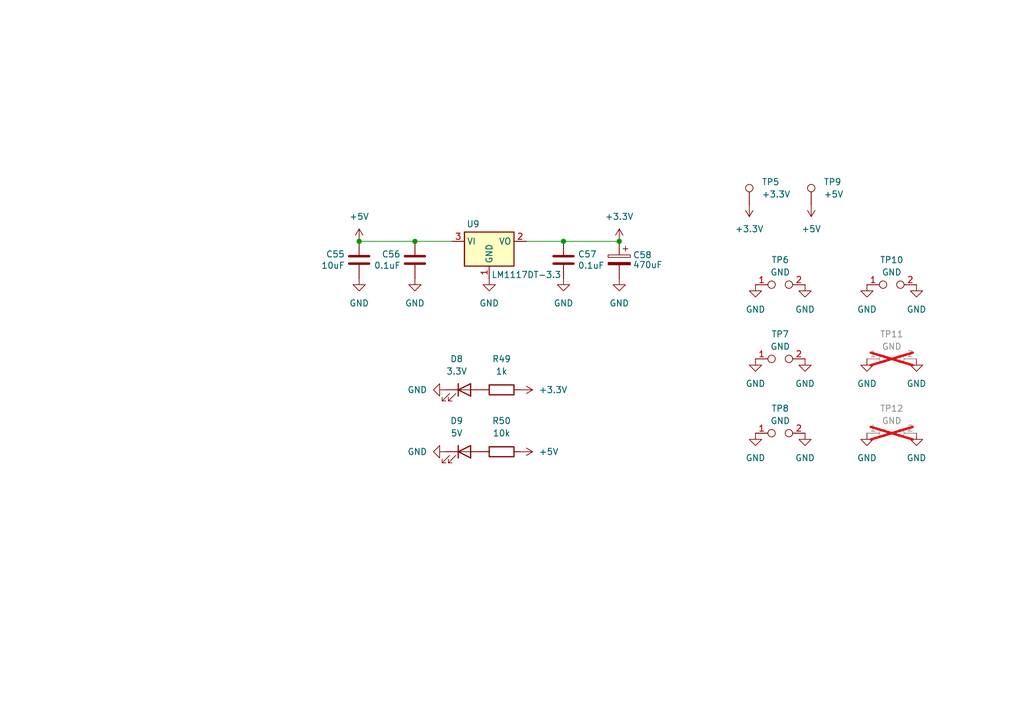
<source format=kicad_sch>
(kicad_sch
	(version 20250114)
	(generator "eeschema")
	(generator_version "9.0")
	(uuid "753eda38-d115-4998-b247-5482f4408ea7")
	(paper "A5")
	(title_block
		(title "Power")
		(date "2025-05-20")
		(rev "1.0")
		(company "Robotics")
	)
	(lib_symbols
		(symbol "Connector:TestPoint"
			(pin_numbers
				(hide yes)
			)
			(pin_names
				(offset 0.762)
				(hide yes)
			)
			(exclude_from_sim no)
			(in_bom yes)
			(on_board yes)
			(property "Reference" "TP"
				(at 0 6.858 0)
				(effects
					(font
						(size 1.27 1.27)
					)
				)
			)
			(property "Value" "TestPoint"
				(at 0 5.08 0)
				(effects
					(font
						(size 1.27 1.27)
					)
				)
			)
			(property "Footprint" ""
				(at 5.08 0 0)
				(effects
					(font
						(size 1.27 1.27)
					)
					(hide yes)
				)
			)
			(property "Datasheet" "~"
				(at 5.08 0 0)
				(effects
					(font
						(size 1.27 1.27)
					)
					(hide yes)
				)
			)
			(property "Description" "test point"
				(at 0 0 0)
				(effects
					(font
						(size 1.27 1.27)
					)
					(hide yes)
				)
			)
			(property "ki_keywords" "test point tp"
				(at 0 0 0)
				(effects
					(font
						(size 1.27 1.27)
					)
					(hide yes)
				)
			)
			(property "ki_fp_filters" "Pin* Test*"
				(at 0 0 0)
				(effects
					(font
						(size 1.27 1.27)
					)
					(hide yes)
				)
			)
			(symbol "TestPoint_0_1"
				(circle
					(center 0 3.302)
					(radius 0.762)
					(stroke
						(width 0)
						(type default)
					)
					(fill
						(type none)
					)
				)
			)
			(symbol "TestPoint_1_1"
				(pin passive line
					(at 0 0 90)
					(length 2.54)
					(name "1"
						(effects
							(font
								(size 1.27 1.27)
							)
						)
					)
					(number "1"
						(effects
							(font
								(size 1.27 1.27)
							)
						)
					)
				)
			)
			(embedded_fonts no)
		)
		(symbol "Connector:TestPoint_2Pole"
			(pin_names
				(offset 0.762)
				(hide yes)
			)
			(exclude_from_sim no)
			(in_bom yes)
			(on_board yes)
			(property "Reference" "TP"
				(at 0 1.524 0)
				(effects
					(font
						(size 1.27 1.27)
					)
				)
			)
			(property "Value" "TestPoint_2Pole"
				(at 0 -1.778 0)
				(effects
					(font
						(size 1.27 1.27)
					)
				)
			)
			(property "Footprint" ""
				(at 0 0 0)
				(effects
					(font
						(size 1.27 1.27)
					)
					(hide yes)
				)
			)
			(property "Datasheet" "~"
				(at 0 0 0)
				(effects
					(font
						(size 1.27 1.27)
					)
					(hide yes)
				)
			)
			(property "Description" "2-polar test point"
				(at 0 0 0)
				(effects
					(font
						(size 1.27 1.27)
					)
					(hide yes)
				)
			)
			(property "ki_keywords" "point tp"
				(at 0 0 0)
				(effects
					(font
						(size 1.27 1.27)
					)
					(hide yes)
				)
			)
			(property "ki_fp_filters" "Pin* Test*"
				(at 0 0 0)
				(effects
					(font
						(size 1.27 1.27)
					)
					(hide yes)
				)
			)
			(symbol "TestPoint_2Pole_0_1"
				(circle
					(center -1.778 0)
					(radius 0.762)
					(stroke
						(width 0)
						(type default)
					)
					(fill
						(type none)
					)
				)
				(circle
					(center 1.778 0)
					(radius 0.762)
					(stroke
						(width 0)
						(type default)
					)
					(fill
						(type none)
					)
				)
				(pin passive line
					(at -5.08 0 0)
					(length 2.54)
					(name "1"
						(effects
							(font
								(size 1.27 1.27)
							)
						)
					)
					(number "1"
						(effects
							(font
								(size 1.27 1.27)
							)
						)
					)
				)
				(pin passive line
					(at 5.08 0 180)
					(length 2.54)
					(name "2"
						(effects
							(font
								(size 1.27 1.27)
							)
						)
					)
					(number "2"
						(effects
							(font
								(size 1.27 1.27)
							)
						)
					)
				)
			)
			(embedded_fonts no)
		)
		(symbol "Device:C"
			(pin_numbers
				(hide yes)
			)
			(pin_names
				(offset 0.254)
			)
			(exclude_from_sim no)
			(in_bom yes)
			(on_board yes)
			(property "Reference" "C"
				(at 0.635 2.54 0)
				(effects
					(font
						(size 1.27 1.27)
					)
					(justify left)
				)
			)
			(property "Value" "C"
				(at 0.635 -2.54 0)
				(effects
					(font
						(size 1.27 1.27)
					)
					(justify left)
				)
			)
			(property "Footprint" ""
				(at 0.9652 -3.81 0)
				(effects
					(font
						(size 1.27 1.27)
					)
					(hide yes)
				)
			)
			(property "Datasheet" "~"
				(at 0 0 0)
				(effects
					(font
						(size 1.27 1.27)
					)
					(hide yes)
				)
			)
			(property "Description" "Unpolarized capacitor"
				(at 0 0 0)
				(effects
					(font
						(size 1.27 1.27)
					)
					(hide yes)
				)
			)
			(property "ki_keywords" "cap capacitor"
				(at 0 0 0)
				(effects
					(font
						(size 1.27 1.27)
					)
					(hide yes)
				)
			)
			(property "ki_fp_filters" "C_*"
				(at 0 0 0)
				(effects
					(font
						(size 1.27 1.27)
					)
					(hide yes)
				)
			)
			(symbol "C_0_1"
				(polyline
					(pts
						(xy -2.032 0.762) (xy 2.032 0.762)
					)
					(stroke
						(width 0.508)
						(type default)
					)
					(fill
						(type none)
					)
				)
				(polyline
					(pts
						(xy -2.032 -0.762) (xy 2.032 -0.762)
					)
					(stroke
						(width 0.508)
						(type default)
					)
					(fill
						(type none)
					)
				)
			)
			(symbol "C_1_1"
				(pin passive line
					(at 0 3.81 270)
					(length 2.794)
					(name "~"
						(effects
							(font
								(size 1.27 1.27)
							)
						)
					)
					(number "1"
						(effects
							(font
								(size 1.27 1.27)
							)
						)
					)
				)
				(pin passive line
					(at 0 -3.81 90)
					(length 2.794)
					(name "~"
						(effects
							(font
								(size 1.27 1.27)
							)
						)
					)
					(number "2"
						(effects
							(font
								(size 1.27 1.27)
							)
						)
					)
				)
			)
			(embedded_fonts no)
		)
		(symbol "Device:C_Polarized"
			(pin_numbers
				(hide yes)
			)
			(pin_names
				(offset 0.254)
			)
			(exclude_from_sim no)
			(in_bom yes)
			(on_board yes)
			(property "Reference" "C"
				(at 0.635 2.54 0)
				(effects
					(font
						(size 1.27 1.27)
					)
					(justify left)
				)
			)
			(property "Value" "C_Polarized"
				(at 0.635 -2.54 0)
				(effects
					(font
						(size 1.27 1.27)
					)
					(justify left)
				)
			)
			(property "Footprint" ""
				(at 0.9652 -3.81 0)
				(effects
					(font
						(size 1.27 1.27)
					)
					(hide yes)
				)
			)
			(property "Datasheet" "~"
				(at 0 0 0)
				(effects
					(font
						(size 1.27 1.27)
					)
					(hide yes)
				)
			)
			(property "Description" "Polarized capacitor"
				(at 0 0 0)
				(effects
					(font
						(size 1.27 1.27)
					)
					(hide yes)
				)
			)
			(property "ki_keywords" "cap capacitor"
				(at 0 0 0)
				(effects
					(font
						(size 1.27 1.27)
					)
					(hide yes)
				)
			)
			(property "ki_fp_filters" "CP_*"
				(at 0 0 0)
				(effects
					(font
						(size 1.27 1.27)
					)
					(hide yes)
				)
			)
			(symbol "C_Polarized_0_1"
				(rectangle
					(start -2.286 0.508)
					(end 2.286 1.016)
					(stroke
						(width 0)
						(type default)
					)
					(fill
						(type none)
					)
				)
				(polyline
					(pts
						(xy -1.778 2.286) (xy -0.762 2.286)
					)
					(stroke
						(width 0)
						(type default)
					)
					(fill
						(type none)
					)
				)
				(polyline
					(pts
						(xy -1.27 2.794) (xy -1.27 1.778)
					)
					(stroke
						(width 0)
						(type default)
					)
					(fill
						(type none)
					)
				)
				(rectangle
					(start 2.286 -0.508)
					(end -2.286 -1.016)
					(stroke
						(width 0)
						(type default)
					)
					(fill
						(type outline)
					)
				)
			)
			(symbol "C_Polarized_1_1"
				(pin passive line
					(at 0 3.81 270)
					(length 2.794)
					(name "~"
						(effects
							(font
								(size 1.27 1.27)
							)
						)
					)
					(number "1"
						(effects
							(font
								(size 1.27 1.27)
							)
						)
					)
				)
				(pin passive line
					(at 0 -3.81 90)
					(length 2.794)
					(name "~"
						(effects
							(font
								(size 1.27 1.27)
							)
						)
					)
					(number "2"
						(effects
							(font
								(size 1.27 1.27)
							)
						)
					)
				)
			)
			(embedded_fonts no)
		)
		(symbol "Device:LED"
			(pin_numbers
				(hide yes)
			)
			(pin_names
				(offset 1.016)
				(hide yes)
			)
			(exclude_from_sim no)
			(in_bom yes)
			(on_board yes)
			(property "Reference" "D"
				(at 0 2.54 0)
				(effects
					(font
						(size 1.27 1.27)
					)
				)
			)
			(property "Value" "LED"
				(at 0 -2.54 0)
				(effects
					(font
						(size 1.27 1.27)
					)
				)
			)
			(property "Footprint" ""
				(at 0 0 0)
				(effects
					(font
						(size 1.27 1.27)
					)
					(hide yes)
				)
			)
			(property "Datasheet" "~"
				(at 0 0 0)
				(effects
					(font
						(size 1.27 1.27)
					)
					(hide yes)
				)
			)
			(property "Description" "Light emitting diode"
				(at 0 0 0)
				(effects
					(font
						(size 1.27 1.27)
					)
					(hide yes)
				)
			)
			(property "Sim.Pins" "1=K 2=A"
				(at 0 0 0)
				(effects
					(font
						(size 1.27 1.27)
					)
					(hide yes)
				)
			)
			(property "ki_keywords" "LED diode"
				(at 0 0 0)
				(effects
					(font
						(size 1.27 1.27)
					)
					(hide yes)
				)
			)
			(property "ki_fp_filters" "LED* LED_SMD:* LED_THT:*"
				(at 0 0 0)
				(effects
					(font
						(size 1.27 1.27)
					)
					(hide yes)
				)
			)
			(symbol "LED_0_1"
				(polyline
					(pts
						(xy -3.048 -0.762) (xy -4.572 -2.286) (xy -3.81 -2.286) (xy -4.572 -2.286) (xy -4.572 -1.524)
					)
					(stroke
						(width 0)
						(type default)
					)
					(fill
						(type none)
					)
				)
				(polyline
					(pts
						(xy -1.778 -0.762) (xy -3.302 -2.286) (xy -2.54 -2.286) (xy -3.302 -2.286) (xy -3.302 -1.524)
					)
					(stroke
						(width 0)
						(type default)
					)
					(fill
						(type none)
					)
				)
				(polyline
					(pts
						(xy -1.27 0) (xy 1.27 0)
					)
					(stroke
						(width 0)
						(type default)
					)
					(fill
						(type none)
					)
				)
				(polyline
					(pts
						(xy -1.27 -1.27) (xy -1.27 1.27)
					)
					(stroke
						(width 0.254)
						(type default)
					)
					(fill
						(type none)
					)
				)
				(polyline
					(pts
						(xy 1.27 -1.27) (xy 1.27 1.27) (xy -1.27 0) (xy 1.27 -1.27)
					)
					(stroke
						(width 0.254)
						(type default)
					)
					(fill
						(type none)
					)
				)
			)
			(symbol "LED_1_1"
				(pin passive line
					(at -3.81 0 0)
					(length 2.54)
					(name "K"
						(effects
							(font
								(size 1.27 1.27)
							)
						)
					)
					(number "1"
						(effects
							(font
								(size 1.27 1.27)
							)
						)
					)
				)
				(pin passive line
					(at 3.81 0 180)
					(length 2.54)
					(name "A"
						(effects
							(font
								(size 1.27 1.27)
							)
						)
					)
					(number "2"
						(effects
							(font
								(size 1.27 1.27)
							)
						)
					)
				)
			)
			(embedded_fonts no)
		)
		(symbol "Device:R"
			(pin_numbers
				(hide yes)
			)
			(pin_names
				(offset 0)
			)
			(exclude_from_sim no)
			(in_bom yes)
			(on_board yes)
			(property "Reference" "R"
				(at 2.032 0 90)
				(effects
					(font
						(size 1.27 1.27)
					)
				)
			)
			(property "Value" "R"
				(at 0 0 90)
				(effects
					(font
						(size 1.27 1.27)
					)
				)
			)
			(property "Footprint" ""
				(at -1.778 0 90)
				(effects
					(font
						(size 1.27 1.27)
					)
					(hide yes)
				)
			)
			(property "Datasheet" "~"
				(at 0 0 0)
				(effects
					(font
						(size 1.27 1.27)
					)
					(hide yes)
				)
			)
			(property "Description" "Resistor"
				(at 0 0 0)
				(effects
					(font
						(size 1.27 1.27)
					)
					(hide yes)
				)
			)
			(property "ki_keywords" "R res resistor"
				(at 0 0 0)
				(effects
					(font
						(size 1.27 1.27)
					)
					(hide yes)
				)
			)
			(property "ki_fp_filters" "R_*"
				(at 0 0 0)
				(effects
					(font
						(size 1.27 1.27)
					)
					(hide yes)
				)
			)
			(symbol "R_0_1"
				(rectangle
					(start -1.016 -2.54)
					(end 1.016 2.54)
					(stroke
						(width 0.254)
						(type default)
					)
					(fill
						(type none)
					)
				)
			)
			(symbol "R_1_1"
				(pin passive line
					(at 0 3.81 270)
					(length 1.27)
					(name "~"
						(effects
							(font
								(size 1.27 1.27)
							)
						)
					)
					(number "1"
						(effects
							(font
								(size 1.27 1.27)
							)
						)
					)
				)
				(pin passive line
					(at 0 -3.81 90)
					(length 1.27)
					(name "~"
						(effects
							(font
								(size 1.27 1.27)
							)
						)
					)
					(number "2"
						(effects
							(font
								(size 1.27 1.27)
							)
						)
					)
				)
			)
			(embedded_fonts no)
		)
		(symbol "Regulator_Linear:LM1117DT-3.3"
			(exclude_from_sim no)
			(in_bom yes)
			(on_board yes)
			(property "Reference" "U"
				(at -3.81 3.175 0)
				(effects
					(font
						(size 1.27 1.27)
					)
				)
			)
			(property "Value" "LM1117DT-3.3"
				(at 0 3.175 0)
				(effects
					(font
						(size 1.27 1.27)
					)
					(justify left)
				)
			)
			(property "Footprint" "Package_TO_SOT_SMD:TO-252-3_TabPin2"
				(at 0 0 0)
				(effects
					(font
						(size 1.27 1.27)
					)
					(hide yes)
				)
			)
			(property "Datasheet" "http://www.ti.com/lit/ds/symlink/lm1117.pdf"
				(at 0 0 0)
				(effects
					(font
						(size 1.27 1.27)
					)
					(hide yes)
				)
			)
			(property "Description" "800mA Low-Dropout Linear Regulator, 3.3V fixed output, TO-252"
				(at 0 0 0)
				(effects
					(font
						(size 1.27 1.27)
					)
					(hide yes)
				)
			)
			(property "ki_keywords" "linear regulator ldo fixed positive"
				(at 0 0 0)
				(effects
					(font
						(size 1.27 1.27)
					)
					(hide yes)
				)
			)
			(property "ki_fp_filters" "TO?252*"
				(at 0 0 0)
				(effects
					(font
						(size 1.27 1.27)
					)
					(hide yes)
				)
			)
			(symbol "LM1117DT-3.3_0_1"
				(rectangle
					(start -5.08 -5.08)
					(end 5.08 1.905)
					(stroke
						(width 0.254)
						(type default)
					)
					(fill
						(type background)
					)
				)
			)
			(symbol "LM1117DT-3.3_1_1"
				(pin power_in line
					(at -7.62 0 0)
					(length 2.54)
					(name "VI"
						(effects
							(font
								(size 1.27 1.27)
							)
						)
					)
					(number "3"
						(effects
							(font
								(size 1.27 1.27)
							)
						)
					)
				)
				(pin power_in line
					(at 0 -7.62 90)
					(length 2.54)
					(name "GND"
						(effects
							(font
								(size 1.27 1.27)
							)
						)
					)
					(number "1"
						(effects
							(font
								(size 1.27 1.27)
							)
						)
					)
				)
				(pin power_out line
					(at 7.62 0 180)
					(length 2.54)
					(name "VO"
						(effects
							(font
								(size 1.27 1.27)
							)
						)
					)
					(number "2"
						(effects
							(font
								(size 1.27 1.27)
							)
						)
					)
				)
			)
			(embedded_fonts no)
		)
		(symbol "power:+3.3V"
			(power)
			(pin_numbers
				(hide yes)
			)
			(pin_names
				(offset 0)
				(hide yes)
			)
			(exclude_from_sim no)
			(in_bom yes)
			(on_board yes)
			(property "Reference" "#PWR"
				(at 0 -3.81 0)
				(effects
					(font
						(size 1.27 1.27)
					)
					(hide yes)
				)
			)
			(property "Value" "+3.3V"
				(at 0 3.556 0)
				(effects
					(font
						(size 1.27 1.27)
					)
				)
			)
			(property "Footprint" ""
				(at 0 0 0)
				(effects
					(font
						(size 1.27 1.27)
					)
					(hide yes)
				)
			)
			(property "Datasheet" ""
				(at 0 0 0)
				(effects
					(font
						(size 1.27 1.27)
					)
					(hide yes)
				)
			)
			(property "Description" "Power symbol creates a global label with name \"+3.3V\""
				(at 0 0 0)
				(effects
					(font
						(size 1.27 1.27)
					)
					(hide yes)
				)
			)
			(property "ki_keywords" "global power"
				(at 0 0 0)
				(effects
					(font
						(size 1.27 1.27)
					)
					(hide yes)
				)
			)
			(symbol "+3.3V_0_1"
				(polyline
					(pts
						(xy -0.762 1.27) (xy 0 2.54)
					)
					(stroke
						(width 0)
						(type default)
					)
					(fill
						(type none)
					)
				)
				(polyline
					(pts
						(xy 0 2.54) (xy 0.762 1.27)
					)
					(stroke
						(width 0)
						(type default)
					)
					(fill
						(type none)
					)
				)
				(polyline
					(pts
						(xy 0 0) (xy 0 2.54)
					)
					(stroke
						(width 0)
						(type default)
					)
					(fill
						(type none)
					)
				)
			)
			(symbol "+3.3V_1_1"
				(pin power_in line
					(at 0 0 90)
					(length 0)
					(name "~"
						(effects
							(font
								(size 1.27 1.27)
							)
						)
					)
					(number "1"
						(effects
							(font
								(size 1.27 1.27)
							)
						)
					)
				)
			)
			(embedded_fonts no)
		)
		(symbol "power:+5V"
			(power)
			(pin_numbers
				(hide yes)
			)
			(pin_names
				(offset 0)
				(hide yes)
			)
			(exclude_from_sim no)
			(in_bom yes)
			(on_board yes)
			(property "Reference" "#PWR"
				(at 0 -3.81 0)
				(effects
					(font
						(size 1.27 1.27)
					)
					(hide yes)
				)
			)
			(property "Value" "+5V"
				(at 0 3.556 0)
				(effects
					(font
						(size 1.27 1.27)
					)
				)
			)
			(property "Footprint" ""
				(at 0 0 0)
				(effects
					(font
						(size 1.27 1.27)
					)
					(hide yes)
				)
			)
			(property "Datasheet" ""
				(at 0 0 0)
				(effects
					(font
						(size 1.27 1.27)
					)
					(hide yes)
				)
			)
			(property "Description" "Power symbol creates a global label with name \"+5V\""
				(at 0 0 0)
				(effects
					(font
						(size 1.27 1.27)
					)
					(hide yes)
				)
			)
			(property "ki_keywords" "global power"
				(at 0 0 0)
				(effects
					(font
						(size 1.27 1.27)
					)
					(hide yes)
				)
			)
			(symbol "+5V_0_1"
				(polyline
					(pts
						(xy -0.762 1.27) (xy 0 2.54)
					)
					(stroke
						(width 0)
						(type default)
					)
					(fill
						(type none)
					)
				)
				(polyline
					(pts
						(xy 0 2.54) (xy 0.762 1.27)
					)
					(stroke
						(width 0)
						(type default)
					)
					(fill
						(type none)
					)
				)
				(polyline
					(pts
						(xy 0 0) (xy 0 2.54)
					)
					(stroke
						(width 0)
						(type default)
					)
					(fill
						(type none)
					)
				)
			)
			(symbol "+5V_1_1"
				(pin power_in line
					(at 0 0 90)
					(length 0)
					(name "~"
						(effects
							(font
								(size 1.27 1.27)
							)
						)
					)
					(number "1"
						(effects
							(font
								(size 1.27 1.27)
							)
						)
					)
				)
			)
			(embedded_fonts no)
		)
		(symbol "power:GND"
			(power)
			(pin_numbers
				(hide yes)
			)
			(pin_names
				(offset 0)
				(hide yes)
			)
			(exclude_from_sim no)
			(in_bom yes)
			(on_board yes)
			(property "Reference" "#PWR"
				(at 0 -6.35 0)
				(effects
					(font
						(size 1.27 1.27)
					)
					(hide yes)
				)
			)
			(property "Value" "GND"
				(at 0 -3.81 0)
				(effects
					(font
						(size 1.27 1.27)
					)
				)
			)
			(property "Footprint" ""
				(at 0 0 0)
				(effects
					(font
						(size 1.27 1.27)
					)
					(hide yes)
				)
			)
			(property "Datasheet" ""
				(at 0 0 0)
				(effects
					(font
						(size 1.27 1.27)
					)
					(hide yes)
				)
			)
			(property "Description" "Power symbol creates a global label with name \"GND\" , ground"
				(at 0 0 0)
				(effects
					(font
						(size 1.27 1.27)
					)
					(hide yes)
				)
			)
			(property "ki_keywords" "global power"
				(at 0 0 0)
				(effects
					(font
						(size 1.27 1.27)
					)
					(hide yes)
				)
			)
			(symbol "GND_0_1"
				(polyline
					(pts
						(xy 0 0) (xy 0 -1.27) (xy 1.27 -1.27) (xy 0 -2.54) (xy -1.27 -1.27) (xy 0 -1.27)
					)
					(stroke
						(width 0)
						(type default)
					)
					(fill
						(type none)
					)
				)
			)
			(symbol "GND_1_1"
				(pin power_in line
					(at 0 0 270)
					(length 0)
					(name "~"
						(effects
							(font
								(size 1.27 1.27)
							)
						)
					)
					(number "1"
						(effects
							(font
								(size 1.27 1.27)
							)
						)
					)
				)
			)
			(embedded_fonts no)
		)
	)
	(junction
		(at 73.66 49.53)
		(diameter 0)
		(color 0 0 0 0)
		(uuid "60e19b5f-c5f8-4032-8a9b-d372ad780762")
	)
	(junction
		(at 115.57 49.53)
		(diameter 0)
		(color 0 0 0 0)
		(uuid "8ac9b496-80bf-4862-bbff-2c9e8bfbcdf4")
	)
	(junction
		(at 85.09 49.53)
		(diameter 0)
		(color 0 0 0 0)
		(uuid "9c490358-71a2-4c83-807e-f379cb5be8ae")
	)
	(junction
		(at 127 49.53)
		(diameter 0)
		(color 0 0 0 0)
		(uuid "d2d710e4-c665-47af-92cc-e2a0833f822b")
	)
	(wire
		(pts
			(xy 73.66 49.53) (xy 85.09 49.53)
		)
		(stroke
			(width 0)
			(type default)
		)
		(uuid "5fc098b2-4690-402b-8282-9d6305e2cb42")
	)
	(wire
		(pts
			(xy 115.57 49.53) (xy 107.95 49.53)
		)
		(stroke
			(width 0)
			(type default)
		)
		(uuid "65f44995-7883-46dd-9af3-d318567e67ea")
	)
	(wire
		(pts
			(xy 127 49.53) (xy 115.57 49.53)
		)
		(stroke
			(width 0)
			(type default)
		)
		(uuid "72577242-a8d1-46d3-b2eb-5621a0f98812")
	)
	(wire
		(pts
			(xy 85.09 49.53) (xy 92.71 49.53)
		)
		(stroke
			(width 0)
			(type default)
		)
		(uuid "e5f4b330-f4da-4bfb-b069-51807fee1e9d")
	)
	(symbol
		(lib_id "Connector:TestPoint_2Pole")
		(at 160.02 88.9 0)
		(unit 1)
		(exclude_from_sim no)
		(in_bom yes)
		(on_board yes)
		(dnp no)
		(fields_autoplaced yes)
		(uuid "00a7ed96-f566-45c1-a884-909b6c3ab77a")
		(property "Reference" "TP8"
			(at 160.02 83.82 0)
			(effects
				(font
					(size 1.27 1.27)
				)
			)
		)
		(property "Value" "GND"
			(at 160.02 86.36 0)
			(effects
				(font
					(size 1.27 1.27)
				)
			)
		)
		(property "Footprint" "TestPoint:TestPoint_2Pads_Pitch5.08mm_Drill1.3mm"
			(at 160.02 88.9 0)
			(effects
				(font
					(size 1.27 1.27)
				)
				(hide yes)
			)
		)
		(property "Datasheet" "~"
			(at 160.02 88.9 0)
			(effects
				(font
					(size 1.27 1.27)
				)
				(hide yes)
			)
		)
		(property "Description" "2-polar test point"
			(at 160.02 88.9 0)
			(effects
				(font
					(size 1.27 1.27)
				)
				(hide yes)
			)
		)
		(pin "1"
			(uuid "a4e58afa-1d12-449d-ac67-739248f45a0f")
		)
		(pin "2"
			(uuid "d8660d68-b14d-43b0-aafe-5a1510331f8b")
		)
		(instances
			(project "ARM 세미나 보드"
				(path "/a13bf777-df69-4fca-a595-1655606de26c/152b59d9-b97f-4359-9ceb-93ad8b387c8a"
					(reference "TP8")
					(unit 1)
				)
			)
		)
	)
	(symbol
		(lib_id "Connector:TestPoint_2Pole")
		(at 182.88 88.9 0)
		(unit 1)
		(exclude_from_sim no)
		(in_bom yes)
		(on_board no)
		(dnp yes)
		(fields_autoplaced yes)
		(uuid "0b5f14ea-fdec-4937-aef4-ca8b1e9d2b71")
		(property "Reference" "TP12"
			(at 182.88 83.82 0)
			(effects
				(font
					(size 1.27 1.27)
				)
			)
		)
		(property "Value" "GND"
			(at 182.88 86.36 0)
			(effects
				(font
					(size 1.27 1.27)
				)
			)
		)
		(property "Footprint" "TestPoint:TestPoint_2Pads_Pitch5.08mm_Drill1.3mm"
			(at 182.88 88.9 0)
			(effects
				(font
					(size 1.27 1.27)
				)
				(hide yes)
			)
		)
		(property "Datasheet" "~"
			(at 182.88 88.9 0)
			(effects
				(font
					(size 1.27 1.27)
				)
				(hide yes)
			)
		)
		(property "Description" "2-polar test point"
			(at 182.88 88.9 0)
			(effects
				(font
					(size 1.27 1.27)
				)
				(hide yes)
			)
		)
		(pin "1"
			(uuid "37d5a90e-0bd7-447f-b028-7ec2b9e91d07")
		)
		(pin "2"
			(uuid "f2444255-fe08-4756-bec3-9d08e29e47e1")
		)
		(instances
			(project "ARM 세미나 보드"
				(path "/a13bf777-df69-4fca-a595-1655606de26c/152b59d9-b97f-4359-9ceb-93ad8b387c8a"
					(reference "TP12")
					(unit 1)
				)
			)
		)
	)
	(symbol
		(lib_id "power:GND")
		(at 127 57.15 0)
		(mirror y)
		(unit 1)
		(exclude_from_sim no)
		(in_bom yes)
		(on_board yes)
		(dnp no)
		(fields_autoplaced yes)
		(uuid "0cb3f253-1975-4ffc-a558-cb2238915d18")
		(property "Reference" "#PWR0160"
			(at 127 63.5 0)
			(effects
				(font
					(size 1.27 1.27)
				)
				(hide yes)
			)
		)
		(property "Value" "GND"
			(at 127 62.23 0)
			(effects
				(font
					(size 1.27 1.27)
				)
			)
		)
		(property "Footprint" ""
			(at 127 57.15 0)
			(effects
				(font
					(size 1.27 1.27)
				)
				(hide yes)
			)
		)
		(property "Datasheet" ""
			(at 127 57.15 0)
			(effects
				(font
					(size 1.27 1.27)
				)
				(hide yes)
			)
		)
		(property "Description" "Power symbol creates a global label with name \"GND\" , ground"
			(at 127 57.15 0)
			(effects
				(font
					(size 1.27 1.27)
				)
				(hide yes)
			)
		)
		(pin "1"
			(uuid "46bb1249-4e7e-40e6-a6ca-cea4b2ba7d0d")
		)
		(instances
			(project "ARM 세미나 보드"
				(path "/a13bf777-df69-4fca-a595-1655606de26c/152b59d9-b97f-4359-9ceb-93ad8b387c8a"
					(reference "#PWR0160")
					(unit 1)
				)
			)
		)
	)
	(symbol
		(lib_id "Connector:TestPoint_2Pole")
		(at 160.02 58.42 0)
		(unit 1)
		(exclude_from_sim no)
		(in_bom yes)
		(on_board yes)
		(dnp no)
		(fields_autoplaced yes)
		(uuid "114bb15f-cab1-4265-ad94-5c447c58d57d")
		(property "Reference" "TP6"
			(at 160.02 53.34 0)
			(effects
				(font
					(size 1.27 1.27)
				)
			)
		)
		(property "Value" "GND"
			(at 160.02 55.88 0)
			(effects
				(font
					(size 1.27 1.27)
				)
			)
		)
		(property "Footprint" "TestPoint:TestPoint_2Pads_Pitch5.08mm_Drill1.3mm"
			(at 160.02 58.42 0)
			(effects
				(font
					(size 1.27 1.27)
				)
				(hide yes)
			)
		)
		(property "Datasheet" "~"
			(at 160.02 58.42 0)
			(effects
				(font
					(size 1.27 1.27)
				)
				(hide yes)
			)
		)
		(property "Description" "2-polar test point"
			(at 160.02 58.42 0)
			(effects
				(font
					(size 1.27 1.27)
				)
				(hide yes)
			)
		)
		(pin "1"
			(uuid "fc5cc928-013d-4304-ae94-8249cb021130")
		)
		(pin "2"
			(uuid "f95e1a7d-cd36-481e-b728-9870dccaaeb9")
		)
		(instances
			(project "ARM 세미나 보드"
				(path "/a13bf777-df69-4fca-a595-1655606de26c/152b59d9-b97f-4359-9ceb-93ad8b387c8a"
					(reference "TP6")
					(unit 1)
				)
			)
		)
	)
	(symbol
		(lib_id "Connector:TestPoint_2Pole")
		(at 182.88 58.42 0)
		(unit 1)
		(exclude_from_sim no)
		(in_bom yes)
		(on_board yes)
		(dnp no)
		(fields_autoplaced yes)
		(uuid "12b206e5-cba7-45c3-8829-b1e26a744d40")
		(property "Reference" "TP10"
			(at 182.88 53.34 0)
			(effects
				(font
					(size 1.27 1.27)
				)
			)
		)
		(property "Value" "GND"
			(at 182.88 55.88 0)
			(effects
				(font
					(size 1.27 1.27)
				)
			)
		)
		(property "Footprint" "TestPoint:TestPoint_2Pads_Pitch5.08mm_Drill1.3mm"
			(at 182.88 58.42 0)
			(effects
				(font
					(size 1.27 1.27)
				)
				(hide yes)
			)
		)
		(property "Datasheet" "~"
			(at 182.88 58.42 0)
			(effects
				(font
					(size 1.27 1.27)
				)
				(hide yes)
			)
		)
		(property "Description" "2-polar test point"
			(at 182.88 58.42 0)
			(effects
				(font
					(size 1.27 1.27)
				)
				(hide yes)
			)
		)
		(pin "1"
			(uuid "9ddf5dc3-9e5c-43e5-92ae-1cc14ecc2e4d")
		)
		(pin "2"
			(uuid "4713c543-cfd4-4587-ab34-03e96c8edb40")
		)
		(instances
			(project "ARM 세미나 보드"
				(path "/a13bf777-df69-4fca-a595-1655606de26c/152b59d9-b97f-4359-9ceb-93ad8b387c8a"
					(reference "TP10")
					(unit 1)
				)
			)
		)
	)
	(symbol
		(lib_id "Device:R")
		(at 102.87 80.01 90)
		(unit 1)
		(exclude_from_sim no)
		(in_bom yes)
		(on_board yes)
		(dnp no)
		(fields_autoplaced yes)
		(uuid "13092dfc-294b-454d-afeb-f79079de82f9")
		(property "Reference" "R49"
			(at 102.87 73.66 90)
			(effects
				(font
					(size 1.27 1.27)
				)
			)
		)
		(property "Value" "1k"
			(at 102.87 76.2 90)
			(effects
				(font
					(size 1.27 1.27)
				)
			)
		)
		(property "Footprint" "Resistor_SMD:R_0805_2012Metric"
			(at 102.87 81.788 90)
			(effects
				(font
					(size 1.27 1.27)
				)
				(hide yes)
			)
		)
		(property "Datasheet" "~"
			(at 102.87 80.01 0)
			(effects
				(font
					(size 1.27 1.27)
				)
				(hide yes)
			)
		)
		(property "Description" "Resistor"
			(at 102.87 80.01 0)
			(effects
				(font
					(size 1.27 1.27)
				)
				(hide yes)
			)
		)
		(pin "1"
			(uuid "b23a1182-6d66-40c7-8d90-cc0982c403a5")
		)
		(pin "2"
			(uuid "e33fefc8-aab5-407b-9e18-0e6135f5f21e")
		)
		(instances
			(project ""
				(path "/a13bf777-df69-4fca-a595-1655606de26c/152b59d9-b97f-4359-9ceb-93ad8b387c8a"
					(reference "R49")
					(unit 1)
				)
			)
		)
	)
	(symbol
		(lib_id "power:+3.3V")
		(at 153.67 41.91 180)
		(unit 1)
		(exclude_from_sim no)
		(in_bom yes)
		(on_board yes)
		(dnp no)
		(fields_autoplaced yes)
		(uuid "19142160-cb1f-4f26-b626-e4975253f493")
		(property "Reference" "#PWR0161"
			(at 153.67 38.1 0)
			(effects
				(font
					(size 1.27 1.27)
				)
				(hide yes)
			)
		)
		(property "Value" "+3.3V"
			(at 153.67 46.99 0)
			(effects
				(font
					(size 1.27 1.27)
				)
			)
		)
		(property "Footprint" ""
			(at 153.67 41.91 0)
			(effects
				(font
					(size 1.27 1.27)
				)
				(hide yes)
			)
		)
		(property "Datasheet" ""
			(at 153.67 41.91 0)
			(effects
				(font
					(size 1.27 1.27)
				)
				(hide yes)
			)
		)
		(property "Description" "Power symbol creates a global label with name \"+3.3V\""
			(at 153.67 41.91 0)
			(effects
				(font
					(size 1.27 1.27)
				)
				(hide yes)
			)
		)
		(pin "1"
			(uuid "1c4f4678-1c3f-457b-b8e1-f050d0f79325")
		)
		(instances
			(project "ARM 세미나 보드"
				(path "/a13bf777-df69-4fca-a595-1655606de26c/152b59d9-b97f-4359-9ceb-93ad8b387c8a"
					(reference "#PWR0161")
					(unit 1)
				)
			)
		)
	)
	(symbol
		(lib_id "Connector:TestPoint")
		(at 153.67 41.91 0)
		(unit 1)
		(exclude_from_sim no)
		(in_bom yes)
		(on_board yes)
		(dnp no)
		(fields_autoplaced yes)
		(uuid "196097ed-ec4f-4c39-95e1-4f9b124ef42b")
		(property "Reference" "TP5"
			(at 156.21 37.3379 0)
			(effects
				(font
					(size 1.27 1.27)
				)
				(justify left)
			)
		)
		(property "Value" "+3.3V"
			(at 156.21 39.8779 0)
			(effects
				(font
					(size 1.27 1.27)
				)
				(justify left)
			)
		)
		(property "Footprint" "TestPoint:TestPoint_Pad_D1.5mm"
			(at 158.75 41.91 0)
			(effects
				(font
					(size 1.27 1.27)
				)
				(hide yes)
			)
		)
		(property "Datasheet" "~"
			(at 158.75 41.91 0)
			(effects
				(font
					(size 1.27 1.27)
				)
				(hide yes)
			)
		)
		(property "Description" "test point"
			(at 153.67 41.91 0)
			(effects
				(font
					(size 1.27 1.27)
				)
				(hide yes)
			)
		)
		(pin "1"
			(uuid "bee32cf3-ff15-4cb4-94c7-c70d64455782")
		)
		(instances
			(project ""
				(path "/a13bf777-df69-4fca-a595-1655606de26c/152b59d9-b97f-4359-9ceb-93ad8b387c8a"
					(reference "TP5")
					(unit 1)
				)
			)
		)
	)
	(symbol
		(lib_id "power:GND")
		(at 115.57 57.15 0)
		(mirror y)
		(unit 1)
		(exclude_from_sim no)
		(in_bom yes)
		(on_board yes)
		(dnp no)
		(fields_autoplaced yes)
		(uuid "27b00e7f-d826-4594-96ed-1a27770574ae")
		(property "Reference" "#PWR0158"
			(at 115.57 63.5 0)
			(effects
				(font
					(size 1.27 1.27)
				)
				(hide yes)
			)
		)
		(property "Value" "GND"
			(at 115.57 62.23 0)
			(effects
				(font
					(size 1.27 1.27)
				)
			)
		)
		(property "Footprint" ""
			(at 115.57 57.15 0)
			(effects
				(font
					(size 1.27 1.27)
				)
				(hide yes)
			)
		)
		(property "Datasheet" ""
			(at 115.57 57.15 0)
			(effects
				(font
					(size 1.27 1.27)
				)
				(hide yes)
			)
		)
		(property "Description" "Power symbol creates a global label with name \"GND\" , ground"
			(at 115.57 57.15 0)
			(effects
				(font
					(size 1.27 1.27)
				)
				(hide yes)
			)
		)
		(pin "1"
			(uuid "44fd5938-56b8-43cc-a6c4-7c2d8880f078")
		)
		(instances
			(project "ARM 세미나 보드"
				(path "/a13bf777-df69-4fca-a595-1655606de26c/152b59d9-b97f-4359-9ceb-93ad8b387c8a"
					(reference "#PWR0158")
					(unit 1)
				)
			)
		)
	)
	(symbol
		(lib_id "power:GND")
		(at 187.96 73.66 0)
		(mirror y)
		(unit 1)
		(exclude_from_sim no)
		(in_bom yes)
		(on_board yes)
		(dnp no)
		(fields_autoplaced yes)
		(uuid "27ba188e-de8f-4774-a0e3-ec9cc67c3320")
		(property "Reference" "#PWR0173"
			(at 187.96 80.01 0)
			(effects
				(font
					(size 1.27 1.27)
				)
				(hide yes)
			)
		)
		(property "Value" "GND"
			(at 187.96 78.74 0)
			(effects
				(font
					(size 1.27 1.27)
				)
			)
		)
		(property "Footprint" ""
			(at 187.96 73.66 0)
			(effects
				(font
					(size 1.27 1.27)
				)
				(hide yes)
			)
		)
		(property "Datasheet" ""
			(at 187.96 73.66 0)
			(effects
				(font
					(size 1.27 1.27)
				)
				(hide yes)
			)
		)
		(property "Description" "Power symbol creates a global label with name \"GND\" , ground"
			(at 187.96 73.66 0)
			(effects
				(font
					(size 1.27 1.27)
				)
				(hide yes)
			)
		)
		(pin "1"
			(uuid "9f64d198-57df-4d1b-91cb-002c32304720")
		)
		(instances
			(project "ARM 세미나 보드"
				(path "/a13bf777-df69-4fca-a595-1655606de26c/152b59d9-b97f-4359-9ceb-93ad8b387c8a"
					(reference "#PWR0173")
					(unit 1)
				)
			)
		)
	)
	(symbol
		(lib_id "power:GND")
		(at 177.8 58.42 0)
		(mirror y)
		(unit 1)
		(exclude_from_sim no)
		(in_bom yes)
		(on_board yes)
		(dnp no)
		(fields_autoplaced yes)
		(uuid "282552fc-43c2-4aa8-ab91-76c8e47a6e3f")
		(property "Reference" "#PWR0169"
			(at 177.8 64.77 0)
			(effects
				(font
					(size 1.27 1.27)
				)
				(hide yes)
			)
		)
		(property "Value" "GND"
			(at 177.8 63.5 0)
			(effects
				(font
					(size 1.27 1.27)
				)
			)
		)
		(property "Footprint" ""
			(at 177.8 58.42 0)
			(effects
				(font
					(size 1.27 1.27)
				)
				(hide yes)
			)
		)
		(property "Datasheet" ""
			(at 177.8 58.42 0)
			(effects
				(font
					(size 1.27 1.27)
				)
				(hide yes)
			)
		)
		(property "Description" "Power symbol creates a global label with name \"GND\" , ground"
			(at 177.8 58.42 0)
			(effects
				(font
					(size 1.27 1.27)
				)
				(hide yes)
			)
		)
		(pin "1"
			(uuid "2102f6e4-9107-4e32-b774-98910038622f")
		)
		(instances
			(project "ARM 세미나 보드"
				(path "/a13bf777-df69-4fca-a595-1655606de26c/152b59d9-b97f-4359-9ceb-93ad8b387c8a"
					(reference "#PWR0169")
					(unit 1)
				)
			)
		)
	)
	(symbol
		(lib_id "power:GND")
		(at 154.94 58.42 0)
		(mirror y)
		(unit 1)
		(exclude_from_sim no)
		(in_bom yes)
		(on_board yes)
		(dnp no)
		(fields_autoplaced yes)
		(uuid "29274357-c363-4d72-98cf-beea345572cb")
		(property "Reference" "#PWR0162"
			(at 154.94 64.77 0)
			(effects
				(font
					(size 1.27 1.27)
				)
				(hide yes)
			)
		)
		(property "Value" "GND"
			(at 154.94 63.5 0)
			(effects
				(font
					(size 1.27 1.27)
				)
			)
		)
		(property "Footprint" ""
			(at 154.94 58.42 0)
			(effects
				(font
					(size 1.27 1.27)
				)
				(hide yes)
			)
		)
		(property "Datasheet" ""
			(at 154.94 58.42 0)
			(effects
				(font
					(size 1.27 1.27)
				)
				(hide yes)
			)
		)
		(property "Description" "Power symbol creates a global label with name \"GND\" , ground"
			(at 154.94 58.42 0)
			(effects
				(font
					(size 1.27 1.27)
				)
				(hide yes)
			)
		)
		(pin "1"
			(uuid "b9e6ccfa-a868-49cf-9097-d946c98d1781")
		)
		(instances
			(project "ARM 세미나 보드"
				(path "/a13bf777-df69-4fca-a595-1655606de26c/152b59d9-b97f-4359-9ceb-93ad8b387c8a"
					(reference "#PWR0162")
					(unit 1)
				)
			)
		)
	)
	(symbol
		(lib_id "power:GND")
		(at 177.8 88.9 0)
		(mirror y)
		(unit 1)
		(exclude_from_sim no)
		(in_bom yes)
		(on_board yes)
		(dnp no)
		(fields_autoplaced yes)
		(uuid "2ee82268-39df-449c-898b-99f4b6ac2dd5")
		(property "Reference" "#PWR0171"
			(at 177.8 95.25 0)
			(effects
				(font
					(size 1.27 1.27)
				)
				(hide yes)
			)
		)
		(property "Value" "GND"
			(at 177.8 93.98 0)
			(effects
				(font
					(size 1.27 1.27)
				)
			)
		)
		(property "Footprint" ""
			(at 177.8 88.9 0)
			(effects
				(font
					(size 1.27 1.27)
				)
				(hide yes)
			)
		)
		(property "Datasheet" ""
			(at 177.8 88.9 0)
			(effects
				(font
					(size 1.27 1.27)
				)
				(hide yes)
			)
		)
		(property "Description" "Power symbol creates a global label with name \"GND\" , ground"
			(at 177.8 88.9 0)
			(effects
				(font
					(size 1.27 1.27)
				)
				(hide yes)
			)
		)
		(pin "1"
			(uuid "650ff85b-431d-46fd-a930-e7f717e48e33")
		)
		(instances
			(project "ARM 세미나 보드"
				(path "/a13bf777-df69-4fca-a595-1655606de26c/152b59d9-b97f-4359-9ceb-93ad8b387c8a"
					(reference "#PWR0171")
					(unit 1)
				)
			)
		)
	)
	(symbol
		(lib_id "power:GND")
		(at 154.94 73.66 0)
		(mirror y)
		(unit 1)
		(exclude_from_sim no)
		(in_bom yes)
		(on_board yes)
		(dnp no)
		(fields_autoplaced yes)
		(uuid "3854b6c1-4d9b-40aa-9727-9d8c69ff12ef")
		(property "Reference" "#PWR0163"
			(at 154.94 80.01 0)
			(effects
				(font
					(size 1.27 1.27)
				)
				(hide yes)
			)
		)
		(property "Value" "GND"
			(at 154.94 78.74 0)
			(effects
				(font
					(size 1.27 1.27)
				)
			)
		)
		(property "Footprint" ""
			(at 154.94 73.66 0)
			(effects
				(font
					(size 1.27 1.27)
				)
				(hide yes)
			)
		)
		(property "Datasheet" ""
			(at 154.94 73.66 0)
			(effects
				(font
					(size 1.27 1.27)
				)
				(hide yes)
			)
		)
		(property "Description" "Power symbol creates a global label with name \"GND\" , ground"
			(at 154.94 73.66 0)
			(effects
				(font
					(size 1.27 1.27)
				)
				(hide yes)
			)
		)
		(pin "1"
			(uuid "57c071c8-0a69-41a7-9348-366a7d1f5a89")
		)
		(instances
			(project "ARM 세미나 보드"
				(path "/a13bf777-df69-4fca-a595-1655606de26c/152b59d9-b97f-4359-9ceb-93ad8b387c8a"
					(reference "#PWR0163")
					(unit 1)
				)
			)
		)
	)
	(symbol
		(lib_id "Regulator_Linear:LM1117DT-3.3")
		(at 100.33 49.53 0)
		(unit 1)
		(exclude_from_sim no)
		(in_bom yes)
		(on_board yes)
		(dnp no)
		(uuid "40c53bcd-975a-410e-9afd-ef020bbfc565")
		(property "Reference" "U9"
			(at 97.028 45.974 0)
			(effects
				(font
					(size 1.27 1.27)
				)
			)
		)
		(property "Value" "LM1117DT-3.3"
			(at 107.95 56.388 0)
			(effects
				(font
					(size 1.27 1.27)
				)
			)
		)
		(property "Footprint" "Package_TO_SOT_SMD:TO-252-3_TabPin2"
			(at 100.33 49.53 0)
			(effects
				(font
					(size 1.27 1.27)
				)
				(hide yes)
			)
		)
		(property "Datasheet" "http://www.ti.com/lit/ds/symlink/lm1117.pdf"
			(at 100.33 49.53 0)
			(effects
				(font
					(size 1.27 1.27)
				)
				(hide yes)
			)
		)
		(property "Description" "800mA Low-Dropout Linear Regulator, 3.3V fixed output, TO-252"
			(at 100.33 49.53 0)
			(effects
				(font
					(size 1.27 1.27)
				)
				(hide yes)
			)
		)
		(pin "3"
			(uuid "2584d4a7-dc9e-4637-b7d5-2bd60f467029")
		)
		(pin "2"
			(uuid "f958b3d2-65d8-43ba-985c-fbdd08b4882a")
		)
		(pin "1"
			(uuid "7b8c66a3-1c23-4a5c-bd2b-559db285fb55")
		)
		(instances
			(project ""
				(path "/a13bf777-df69-4fca-a595-1655606de26c/152b59d9-b97f-4359-9ceb-93ad8b387c8a"
					(reference "U9")
					(unit 1)
				)
			)
		)
	)
	(symbol
		(lib_id "power:GND")
		(at 165.1 88.9 0)
		(mirror y)
		(unit 1)
		(exclude_from_sim no)
		(in_bom yes)
		(on_board yes)
		(dnp no)
		(fields_autoplaced yes)
		(uuid "413b5e38-eba9-4f08-9739-4598082096e4")
		(property "Reference" "#PWR0167"
			(at 165.1 95.25 0)
			(effects
				(font
					(size 1.27 1.27)
				)
				(hide yes)
			)
		)
		(property "Value" "GND"
			(at 165.1 93.98 0)
			(effects
				(font
					(size 1.27 1.27)
				)
			)
		)
		(property "Footprint" ""
			(at 165.1 88.9 0)
			(effects
				(font
					(size 1.27 1.27)
				)
				(hide yes)
			)
		)
		(property "Datasheet" ""
			(at 165.1 88.9 0)
			(effects
				(font
					(size 1.27 1.27)
				)
				(hide yes)
			)
		)
		(property "Description" "Power symbol creates a global label with name \"GND\" , ground"
			(at 165.1 88.9 0)
			(effects
				(font
					(size 1.27 1.27)
				)
				(hide yes)
			)
		)
		(pin "1"
			(uuid "43bcd413-bde9-4eb0-b62e-7c253644162e")
		)
		(instances
			(project "ARM 세미나 보드"
				(path "/a13bf777-df69-4fca-a595-1655606de26c/152b59d9-b97f-4359-9ceb-93ad8b387c8a"
					(reference "#PWR0167")
					(unit 1)
				)
			)
		)
	)
	(symbol
		(lib_id "power:GND")
		(at 91.44 92.71 270)
		(mirror x)
		(unit 1)
		(exclude_from_sim no)
		(in_bom yes)
		(on_board yes)
		(dnp no)
		(fields_autoplaced yes)
		(uuid "4b3b1aea-f177-4366-9f0a-728c72e4fded")
		(property "Reference" "#PWR0154"
			(at 85.09 92.71 0)
			(effects
				(font
					(size 1.27 1.27)
				)
				(hide yes)
			)
		)
		(property "Value" "GND"
			(at 87.63 92.7099 90)
			(effects
				(font
					(size 1.27 1.27)
				)
				(justify right)
			)
		)
		(property "Footprint" ""
			(at 91.44 92.71 0)
			(effects
				(font
					(size 1.27 1.27)
				)
				(hide yes)
			)
		)
		(property "Datasheet" ""
			(at 91.44 92.71 0)
			(effects
				(font
					(size 1.27 1.27)
				)
				(hide yes)
			)
		)
		(property "Description" "Power symbol creates a global label with name \"GND\" , ground"
			(at 91.44 92.71 0)
			(effects
				(font
					(size 1.27 1.27)
				)
				(hide yes)
			)
		)
		(pin "1"
			(uuid "90dba6b9-da02-4a51-8476-b32843ef8105")
		)
		(instances
			(project "ARM 세미나 보드"
				(path "/a13bf777-df69-4fca-a595-1655606de26c/152b59d9-b97f-4359-9ceb-93ad8b387c8a"
					(reference "#PWR0154")
					(unit 1)
				)
			)
		)
	)
	(symbol
		(lib_id "power:GND")
		(at 187.96 58.42 0)
		(mirror y)
		(unit 1)
		(exclude_from_sim no)
		(in_bom yes)
		(on_board yes)
		(dnp no)
		(fields_autoplaced yes)
		(uuid "4de53a26-c6a3-4c17-bce6-a99f85843e89")
		(property "Reference" "#PWR0172"
			(at 187.96 64.77 0)
			(effects
				(font
					(size 1.27 1.27)
				)
				(hide yes)
			)
		)
		(property "Value" "GND"
			(at 187.96 63.5 0)
			(effects
				(font
					(size 1.27 1.27)
				)
			)
		)
		(property "Footprint" ""
			(at 187.96 58.42 0)
			(effects
				(font
					(size 1.27 1.27)
				)
				(hide yes)
			)
		)
		(property "Datasheet" ""
			(at 187.96 58.42 0)
			(effects
				(font
					(size 1.27 1.27)
				)
				(hide yes)
			)
		)
		(property "Description" "Power symbol creates a global label with name \"GND\" , ground"
			(at 187.96 58.42 0)
			(effects
				(font
					(size 1.27 1.27)
				)
				(hide yes)
			)
		)
		(pin "1"
			(uuid "f20c48e1-ff85-4229-b8eb-27b2b545dc66")
		)
		(instances
			(project "ARM 세미나 보드"
				(path "/a13bf777-df69-4fca-a595-1655606de26c/152b59d9-b97f-4359-9ceb-93ad8b387c8a"
					(reference "#PWR0172")
					(unit 1)
				)
			)
		)
	)
	(symbol
		(lib_id "power:GND")
		(at 187.96 88.9 0)
		(mirror y)
		(unit 1)
		(exclude_from_sim no)
		(in_bom yes)
		(on_board yes)
		(dnp no)
		(fields_autoplaced yes)
		(uuid "4e1c5543-1140-484c-963c-47914f30fca2")
		(property "Reference" "#PWR0174"
			(at 187.96 95.25 0)
			(effects
				(font
					(size 1.27 1.27)
				)
				(hide yes)
			)
		)
		(property "Value" "GND"
			(at 187.96 93.98 0)
			(effects
				(font
					(size 1.27 1.27)
				)
			)
		)
		(property "Footprint" ""
			(at 187.96 88.9 0)
			(effects
				(font
					(size 1.27 1.27)
				)
				(hide yes)
			)
		)
		(property "Datasheet" ""
			(at 187.96 88.9 0)
			(effects
				(font
					(size 1.27 1.27)
				)
				(hide yes)
			)
		)
		(property "Description" "Power symbol creates a global label with name \"GND\" , ground"
			(at 187.96 88.9 0)
			(effects
				(font
					(size 1.27 1.27)
				)
				(hide yes)
			)
		)
		(pin "1"
			(uuid "2ef9c723-7930-4890-93e9-55c41b239b00")
		)
		(instances
			(project "ARM 세미나 보드"
				(path "/a13bf777-df69-4fca-a595-1655606de26c/152b59d9-b97f-4359-9ceb-93ad8b387c8a"
					(reference "#PWR0174")
					(unit 1)
				)
			)
		)
	)
	(symbol
		(lib_id "power:GND")
		(at 177.8 73.66 0)
		(mirror y)
		(unit 1)
		(exclude_from_sim no)
		(in_bom yes)
		(on_board yes)
		(dnp no)
		(fields_autoplaced yes)
		(uuid "4f6d27cb-0fee-43cd-ac30-c895b6a7fc7f")
		(property "Reference" "#PWR0170"
			(at 177.8 80.01 0)
			(effects
				(font
					(size 1.27 1.27)
				)
				(hide yes)
			)
		)
		(property "Value" "GND"
			(at 177.8 78.74 0)
			(effects
				(font
					(size 1.27 1.27)
				)
			)
		)
		(property "Footprint" ""
			(at 177.8 73.66 0)
			(effects
				(font
					(size 1.27 1.27)
				)
				(hide yes)
			)
		)
		(property "Datasheet" ""
			(at 177.8 73.66 0)
			(effects
				(font
					(size 1.27 1.27)
				)
				(hide yes)
			)
		)
		(property "Description" "Power symbol creates a global label with name \"GND\" , ground"
			(at 177.8 73.66 0)
			(effects
				(font
					(size 1.27 1.27)
				)
				(hide yes)
			)
		)
		(pin "1"
			(uuid "5758e837-f669-423d-83c5-fe07bd842aec")
		)
		(instances
			(project "ARM 세미나 보드"
				(path "/a13bf777-df69-4fca-a595-1655606de26c/152b59d9-b97f-4359-9ceb-93ad8b387c8a"
					(reference "#PWR0170")
					(unit 1)
				)
			)
		)
	)
	(symbol
		(lib_id "Connector:TestPoint")
		(at 166.37 41.91 0)
		(unit 1)
		(exclude_from_sim no)
		(in_bom yes)
		(on_board yes)
		(dnp no)
		(fields_autoplaced yes)
		(uuid "5e039b16-46b5-4536-8724-6a4e37e2afbb")
		(property "Reference" "TP9"
			(at 168.91 37.3379 0)
			(effects
				(font
					(size 1.27 1.27)
				)
				(justify left)
			)
		)
		(property "Value" "+5V"
			(at 168.91 39.8779 0)
			(effects
				(font
					(size 1.27 1.27)
				)
				(justify left)
			)
		)
		(property "Footprint" "TestPoint:TestPoint_Pad_D1.5mm"
			(at 171.45 41.91 0)
			(effects
				(font
					(size 1.27 1.27)
				)
				(hide yes)
			)
		)
		(property "Datasheet" "~"
			(at 171.45 41.91 0)
			(effects
				(font
					(size 1.27 1.27)
				)
				(hide yes)
			)
		)
		(property "Description" "test point"
			(at 166.37 41.91 0)
			(effects
				(font
					(size 1.27 1.27)
				)
				(hide yes)
			)
		)
		(pin "1"
			(uuid "e96f2b60-70c9-4647-8b5e-712299b8bbf3")
		)
		(instances
			(project "ARM 세미나 보드"
				(path "/a13bf777-df69-4fca-a595-1655606de26c/152b59d9-b97f-4359-9ceb-93ad8b387c8a"
					(reference "TP9")
					(unit 1)
				)
			)
		)
	)
	(symbol
		(lib_id "power:GND")
		(at 154.94 88.9 0)
		(mirror y)
		(unit 1)
		(exclude_from_sim no)
		(in_bom yes)
		(on_board yes)
		(dnp no)
		(fields_autoplaced yes)
		(uuid "64e93e33-7c5d-4e12-adfa-d9cc3f587d89")
		(property "Reference" "#PWR0164"
			(at 154.94 95.25 0)
			(effects
				(font
					(size 1.27 1.27)
				)
				(hide yes)
			)
		)
		(property "Value" "GND"
			(at 154.94 93.98 0)
			(effects
				(font
					(size 1.27 1.27)
				)
			)
		)
		(property "Footprint" ""
			(at 154.94 88.9 0)
			(effects
				(font
					(size 1.27 1.27)
				)
				(hide yes)
			)
		)
		(property "Datasheet" ""
			(at 154.94 88.9 0)
			(effects
				(font
					(size 1.27 1.27)
				)
				(hide yes)
			)
		)
		(property "Description" "Power symbol creates a global label with name \"GND\" , ground"
			(at 154.94 88.9 0)
			(effects
				(font
					(size 1.27 1.27)
				)
				(hide yes)
			)
		)
		(pin "1"
			(uuid "b77466d4-cc50-428a-9775-cc014e0b9043")
		)
		(instances
			(project "ARM 세미나 보드"
				(path "/a13bf777-df69-4fca-a595-1655606de26c/152b59d9-b97f-4359-9ceb-93ad8b387c8a"
					(reference "#PWR0164")
					(unit 1)
				)
			)
		)
	)
	(symbol
		(lib_id "Device:C")
		(at 85.09 53.34 0)
		(mirror x)
		(unit 1)
		(exclude_from_sim no)
		(in_bom yes)
		(on_board yes)
		(dnp no)
		(uuid "651c5181-1630-4d18-a3c9-1d7abae0581b")
		(property "Reference" "C56"
			(at 82.169 52.1716 0)
			(effects
				(font
					(size 1.27 1.27)
				)
				(justify right)
			)
		)
		(property "Value" "0.1uF"
			(at 82.169 54.483 0)
			(effects
				(font
					(size 1.27 1.27)
				)
				(justify right)
			)
		)
		(property "Footprint" "Capacitor_SMD:C_0805_2012Metric"
			(at 86.0552 49.53 0)
			(effects
				(font
					(size 1.27 1.27)
				)
				(hide yes)
			)
		)
		(property "Datasheet" "~"
			(at 85.09 53.34 0)
			(effects
				(font
					(size 1.27 1.27)
				)
				(hide yes)
			)
		)
		(property "Description" ""
			(at 85.09 53.34 0)
			(effects
				(font
					(size 1.27 1.27)
				)
				(hide yes)
			)
		)
		(property "Sim.Device" ""
			(at 85.09 53.34 0)
			(effects
				(font
					(size 1.27 1.27)
				)
				(hide yes)
			)
		)
		(property "Sim.Pins" ""
			(at 85.09 53.34 0)
			(effects
				(font
					(size 1.27 1.27)
				)
				(hide yes)
			)
		)
		(property "Sim.Type" ""
			(at 85.09 53.34 0)
			(effects
				(font
					(size 1.27 1.27)
				)
				(hide yes)
			)
		)
		(pin "1"
			(uuid "5f15dbd2-df65-4902-a306-8e1fe9b2b534")
		)
		(pin "2"
			(uuid "f192b86b-2f09-4d00-a711-e65b1ba47da7")
		)
		(instances
			(project "ARM 세미나 보드"
				(path "/a13bf777-df69-4fca-a595-1655606de26c/152b59d9-b97f-4359-9ceb-93ad8b387c8a"
					(reference "C56")
					(unit 1)
				)
			)
		)
	)
	(symbol
		(lib_id "Device:R")
		(at 102.87 92.71 90)
		(unit 1)
		(exclude_from_sim no)
		(in_bom yes)
		(on_board yes)
		(dnp no)
		(fields_autoplaced yes)
		(uuid "7495ce87-7c73-45c8-bb61-96ccbff00df7")
		(property "Reference" "R50"
			(at 102.87 86.36 90)
			(effects
				(font
					(size 1.27 1.27)
				)
			)
		)
		(property "Value" "10k"
			(at 102.87 88.9 90)
			(effects
				(font
					(size 1.27 1.27)
				)
			)
		)
		(property "Footprint" "Resistor_SMD:R_0805_2012Metric"
			(at 102.87 94.488 90)
			(effects
				(font
					(size 1.27 1.27)
				)
				(hide yes)
			)
		)
		(property "Datasheet" "~"
			(at 102.87 92.71 0)
			(effects
				(font
					(size 1.27 1.27)
				)
				(hide yes)
			)
		)
		(property "Description" "Resistor"
			(at 102.87 92.71 0)
			(effects
				(font
					(size 1.27 1.27)
				)
				(hide yes)
			)
		)
		(pin "1"
			(uuid "096a285a-acef-4608-bc43-e85e900fce33")
		)
		(pin "2"
			(uuid "3fe082b0-239e-487b-91b6-4c8008678701")
		)
		(instances
			(project "ARM 세미나 보드"
				(path "/a13bf777-df69-4fca-a595-1655606de26c/152b59d9-b97f-4359-9ceb-93ad8b387c8a"
					(reference "R50")
					(unit 1)
				)
			)
		)
	)
	(symbol
		(lib_id "power:GND")
		(at 91.44 80.01 270)
		(mirror x)
		(unit 1)
		(exclude_from_sim no)
		(in_bom yes)
		(on_board yes)
		(dnp no)
		(fields_autoplaced yes)
		(uuid "76270371-484f-4ac5-b8e7-e99a8121dc67")
		(property "Reference" "#PWR0153"
			(at 85.09 80.01 0)
			(effects
				(font
					(size 1.27 1.27)
				)
				(hide yes)
			)
		)
		(property "Value" "GND"
			(at 87.63 80.0099 90)
			(effects
				(font
					(size 1.27 1.27)
				)
				(justify right)
			)
		)
		(property "Footprint" ""
			(at 91.44 80.01 0)
			(effects
				(font
					(size 1.27 1.27)
				)
				(hide yes)
			)
		)
		(property "Datasheet" ""
			(at 91.44 80.01 0)
			(effects
				(font
					(size 1.27 1.27)
				)
				(hide yes)
			)
		)
		(property "Description" "Power symbol creates a global label with name \"GND\" , ground"
			(at 91.44 80.01 0)
			(effects
				(font
					(size 1.27 1.27)
				)
				(hide yes)
			)
		)
		(pin "1"
			(uuid "833f214b-ab7f-4875-ae3b-5d92a5191d5c")
		)
		(instances
			(project "ARM 세미나 보드"
				(path "/a13bf777-df69-4fca-a595-1655606de26c/152b59d9-b97f-4359-9ceb-93ad8b387c8a"
					(reference "#PWR0153")
					(unit 1)
				)
			)
		)
	)
	(symbol
		(lib_id "power:GND")
		(at 73.66 57.15 0)
		(unit 1)
		(exclude_from_sim no)
		(in_bom yes)
		(on_board yes)
		(dnp no)
		(fields_autoplaced yes)
		(uuid "7be54778-4135-48c9-b496-6cb241e03490")
		(property "Reference" "#PWR0151"
			(at 73.66 63.5 0)
			(effects
				(font
					(size 1.27 1.27)
				)
				(hide yes)
			)
		)
		(property "Value" "GND"
			(at 73.66 62.23 0)
			(effects
				(font
					(size 1.27 1.27)
				)
			)
		)
		(property "Footprint" ""
			(at 73.66 57.15 0)
			(effects
				(font
					(size 1.27 1.27)
				)
				(hide yes)
			)
		)
		(property "Datasheet" ""
			(at 73.66 57.15 0)
			(effects
				(font
					(size 1.27 1.27)
				)
				(hide yes)
			)
		)
		(property "Description" "Power symbol creates a global label with name \"GND\" , ground"
			(at 73.66 57.15 0)
			(effects
				(font
					(size 1.27 1.27)
				)
				(hide yes)
			)
		)
		(pin "1"
			(uuid "d85ed05d-1948-4673-a4f6-e24ac581454f")
		)
		(instances
			(project ""
				(path "/a13bf777-df69-4fca-a595-1655606de26c/152b59d9-b97f-4359-9ceb-93ad8b387c8a"
					(reference "#PWR0151")
					(unit 1)
				)
			)
		)
	)
	(symbol
		(lib_id "Connector:TestPoint_2Pole")
		(at 160.02 73.66 0)
		(unit 1)
		(exclude_from_sim no)
		(in_bom yes)
		(on_board yes)
		(dnp no)
		(fields_autoplaced yes)
		(uuid "7ff01dba-fe18-4936-935f-c053e9fd22e0")
		(property "Reference" "TP7"
			(at 160.02 68.58 0)
			(effects
				(font
					(size 1.27 1.27)
				)
			)
		)
		(property "Value" "GND"
			(at 160.02 71.12 0)
			(effects
				(font
					(size 1.27 1.27)
				)
			)
		)
		(property "Footprint" "TestPoint:TestPoint_2Pads_Pitch5.08mm_Drill1.3mm"
			(at 160.02 73.66 0)
			(effects
				(font
					(size 1.27 1.27)
				)
				(hide yes)
			)
		)
		(property "Datasheet" "~"
			(at 160.02 73.66 0)
			(effects
				(font
					(size 1.27 1.27)
				)
				(hide yes)
			)
		)
		(property "Description" "2-polar test point"
			(at 160.02 73.66 0)
			(effects
				(font
					(size 1.27 1.27)
				)
				(hide yes)
			)
		)
		(pin "1"
			(uuid "4588abeb-6d4d-40a9-80fc-06a78aa8f134")
		)
		(pin "2"
			(uuid "520185e7-a191-41d0-9a41-9293f603bfb2")
		)
		(instances
			(project ""
				(path "/a13bf777-df69-4fca-a595-1655606de26c/152b59d9-b97f-4359-9ceb-93ad8b387c8a"
					(reference "TP7")
					(unit 1)
				)
			)
		)
	)
	(symbol
		(lib_id "power:+5V")
		(at 166.37 41.91 180)
		(unit 1)
		(exclude_from_sim no)
		(in_bom yes)
		(on_board yes)
		(dnp no)
		(fields_autoplaced yes)
		(uuid "8a226601-cdd9-4a6a-bb77-a39f3ed3ad06")
		(property "Reference" "#PWR0168"
			(at 166.37 38.1 0)
			(effects
				(font
					(size 1.27 1.27)
				)
				(hide yes)
			)
		)
		(property "Value" "+5V"
			(at 166.37 46.99 0)
			(effects
				(font
					(size 1.27 1.27)
				)
			)
		)
		(property "Footprint" ""
			(at 166.37 41.91 0)
			(effects
				(font
					(size 1.27 1.27)
				)
				(hide yes)
			)
		)
		(property "Datasheet" ""
			(at 166.37 41.91 0)
			(effects
				(font
					(size 1.27 1.27)
				)
				(hide yes)
			)
		)
		(property "Description" "Power symbol creates a global label with name \"+5V\""
			(at 166.37 41.91 0)
			(effects
				(font
					(size 1.27 1.27)
				)
				(hide yes)
			)
		)
		(pin "1"
			(uuid "05bcafb3-55c5-4d9b-863e-6ff361627c7d")
		)
		(instances
			(project "ARM 세미나 보드"
				(path "/a13bf777-df69-4fca-a595-1655606de26c/152b59d9-b97f-4359-9ceb-93ad8b387c8a"
					(reference "#PWR0168")
					(unit 1)
				)
			)
		)
	)
	(symbol
		(lib_id "power:GND")
		(at 165.1 58.42 0)
		(mirror y)
		(unit 1)
		(exclude_from_sim no)
		(in_bom yes)
		(on_board yes)
		(dnp no)
		(fields_autoplaced yes)
		(uuid "8e0727cf-f559-471c-bf8c-a47c17e6ec62")
		(property "Reference" "#PWR0165"
			(at 165.1 64.77 0)
			(effects
				(font
					(size 1.27 1.27)
				)
				(hide yes)
			)
		)
		(property "Value" "GND"
			(at 165.1 63.5 0)
			(effects
				(font
					(size 1.27 1.27)
				)
			)
		)
		(property "Footprint" ""
			(at 165.1 58.42 0)
			(effects
				(font
					(size 1.27 1.27)
				)
				(hide yes)
			)
		)
		(property "Datasheet" ""
			(at 165.1 58.42 0)
			(effects
				(font
					(size 1.27 1.27)
				)
				(hide yes)
			)
		)
		(property "Description" "Power symbol creates a global label with name \"GND\" , ground"
			(at 165.1 58.42 0)
			(effects
				(font
					(size 1.27 1.27)
				)
				(hide yes)
			)
		)
		(pin "1"
			(uuid "ad01075b-0f4b-4112-92d9-dfb84151acfe")
		)
		(instances
			(project "ARM 세미나 보드"
				(path "/a13bf777-df69-4fca-a595-1655606de26c/152b59d9-b97f-4359-9ceb-93ad8b387c8a"
					(reference "#PWR0165")
					(unit 1)
				)
			)
		)
	)
	(symbol
		(lib_id "Connector:TestPoint_2Pole")
		(at 182.88 73.66 0)
		(unit 1)
		(exclude_from_sim no)
		(in_bom yes)
		(on_board no)
		(dnp yes)
		(fields_autoplaced yes)
		(uuid "8e26681c-3d0a-481e-af30-506c463e9888")
		(property "Reference" "TP11"
			(at 182.88 68.58 0)
			(effects
				(font
					(size 1.27 1.27)
				)
			)
		)
		(property "Value" "GND"
			(at 182.88 71.12 0)
			(effects
				(font
					(size 1.27 1.27)
				)
			)
		)
		(property "Footprint" "TestPoint:TestPoint_2Pads_Pitch5.08mm_Drill1.3mm"
			(at 182.88 73.66 0)
			(effects
				(font
					(size 1.27 1.27)
				)
				(hide yes)
			)
		)
		(property "Datasheet" "~"
			(at 182.88 73.66 0)
			(effects
				(font
					(size 1.27 1.27)
				)
				(hide yes)
			)
		)
		(property "Description" "2-polar test point"
			(at 182.88 73.66 0)
			(effects
				(font
					(size 1.27 1.27)
				)
				(hide yes)
			)
		)
		(pin "1"
			(uuid "47b715e8-145d-4cdb-8651-13af5b2a328b")
		)
		(pin "2"
			(uuid "9024c202-7031-42be-9c52-6a5a20ea9fbd")
		)
		(instances
			(project "ARM 세미나 보드"
				(path "/a13bf777-df69-4fca-a595-1655606de26c/152b59d9-b97f-4359-9ceb-93ad8b387c8a"
					(reference "TP11")
					(unit 1)
				)
			)
		)
	)
	(symbol
		(lib_id "power:GND")
		(at 85.09 57.15 0)
		(unit 1)
		(exclude_from_sim no)
		(in_bom yes)
		(on_board yes)
		(dnp no)
		(fields_autoplaced yes)
		(uuid "8f82d1c9-152a-46eb-b1d9-c941f3815461")
		(property "Reference" "#PWR0152"
			(at 85.09 63.5 0)
			(effects
				(font
					(size 1.27 1.27)
				)
				(hide yes)
			)
		)
		(property "Value" "GND"
			(at 85.09 62.23 0)
			(effects
				(font
					(size 1.27 1.27)
				)
			)
		)
		(property "Footprint" ""
			(at 85.09 57.15 0)
			(effects
				(font
					(size 1.27 1.27)
				)
				(hide yes)
			)
		)
		(property "Datasheet" ""
			(at 85.09 57.15 0)
			(effects
				(font
					(size 1.27 1.27)
				)
				(hide yes)
			)
		)
		(property "Description" "Power symbol creates a global label with name \"GND\" , ground"
			(at 85.09 57.15 0)
			(effects
				(font
					(size 1.27 1.27)
				)
				(hide yes)
			)
		)
		(pin "1"
			(uuid "0e2fa6dc-0f1d-4682-ac46-81be1fe3867c")
		)
		(instances
			(project "ARM 세미나 보드"
				(path "/a13bf777-df69-4fca-a595-1655606de26c/152b59d9-b97f-4359-9ceb-93ad8b387c8a"
					(reference "#PWR0152")
					(unit 1)
				)
			)
		)
	)
	(symbol
		(lib_id "power:GND")
		(at 100.33 57.15 0)
		(unit 1)
		(exclude_from_sim no)
		(in_bom yes)
		(on_board yes)
		(dnp no)
		(fields_autoplaced yes)
		(uuid "98e35bea-ca8f-41c8-bc28-2faa09bf69b6")
		(property "Reference" "#PWR0155"
			(at 100.33 63.5 0)
			(effects
				(font
					(size 1.27 1.27)
				)
				(hide yes)
			)
		)
		(property "Value" "GND"
			(at 100.33 62.23 0)
			(effects
				(font
					(size 1.27 1.27)
				)
			)
		)
		(property "Footprint" ""
			(at 100.33 57.15 0)
			(effects
				(font
					(size 1.27 1.27)
				)
				(hide yes)
			)
		)
		(property "Datasheet" ""
			(at 100.33 57.15 0)
			(effects
				(font
					(size 1.27 1.27)
				)
				(hide yes)
			)
		)
		(property "Description" "Power symbol creates a global label with name \"GND\" , ground"
			(at 100.33 57.15 0)
			(effects
				(font
					(size 1.27 1.27)
				)
				(hide yes)
			)
		)
		(pin "1"
			(uuid "c8856632-1f18-488d-96cb-e60186a1602c")
		)
		(instances
			(project "ARM 세미나 보드"
				(path "/a13bf777-df69-4fca-a595-1655606de26c/152b59d9-b97f-4359-9ceb-93ad8b387c8a"
					(reference "#PWR0155")
					(unit 1)
				)
			)
		)
	)
	(symbol
		(lib_id "Device:C")
		(at 115.57 53.34 180)
		(unit 1)
		(exclude_from_sim no)
		(in_bom yes)
		(on_board yes)
		(dnp no)
		(uuid "9cd10cee-9d03-490c-92ed-e2b973e5fe6e")
		(property "Reference" "C57"
			(at 118.491 52.1716 0)
			(effects
				(font
					(size 1.27 1.27)
				)
				(justify right)
			)
		)
		(property "Value" "0.1uF"
			(at 118.491 54.483 0)
			(effects
				(font
					(size 1.27 1.27)
				)
				(justify right)
			)
		)
		(property "Footprint" "Capacitor_SMD:C_0805_2012Metric"
			(at 114.6048 49.53 0)
			(effects
				(font
					(size 1.27 1.27)
				)
				(hide yes)
			)
		)
		(property "Datasheet" "~"
			(at 115.57 53.34 0)
			(effects
				(font
					(size 1.27 1.27)
				)
				(hide yes)
			)
		)
		(property "Description" ""
			(at 115.57 53.34 0)
			(effects
				(font
					(size 1.27 1.27)
				)
				(hide yes)
			)
		)
		(property "Sim.Device" ""
			(at 115.57 53.34 0)
			(effects
				(font
					(size 1.27 1.27)
				)
				(hide yes)
			)
		)
		(property "Sim.Pins" ""
			(at 115.57 53.34 0)
			(effects
				(font
					(size 1.27 1.27)
				)
				(hide yes)
			)
		)
		(property "Sim.Type" ""
			(at 115.57 53.34 0)
			(effects
				(font
					(size 1.27 1.27)
				)
				(hide yes)
			)
		)
		(pin "1"
			(uuid "2e349d2e-ec49-4eb3-b536-a03118b9d52a")
		)
		(pin "2"
			(uuid "15b926a2-4798-44e3-b066-66d26a1bb3ec")
		)
		(instances
			(project "ARM 세미나 보드"
				(path "/a13bf777-df69-4fca-a595-1655606de26c/152b59d9-b97f-4359-9ceb-93ad8b387c8a"
					(reference "C57")
					(unit 1)
				)
			)
		)
	)
	(symbol
		(lib_id "power:+5V")
		(at 73.66 49.53 0)
		(unit 1)
		(exclude_from_sim no)
		(in_bom yes)
		(on_board yes)
		(dnp no)
		(fields_autoplaced yes)
		(uuid "9e3972a4-47fe-4c27-91ec-f886be1f8609")
		(property "Reference" "#PWR0150"
			(at 73.66 53.34 0)
			(effects
				(font
					(size 1.27 1.27)
				)
				(hide yes)
			)
		)
		(property "Value" "+5V"
			(at 73.66 44.45 0)
			(effects
				(font
					(size 1.27 1.27)
				)
			)
		)
		(property "Footprint" ""
			(at 73.66 49.53 0)
			(effects
				(font
					(size 1.27 1.27)
				)
				(hide yes)
			)
		)
		(property "Datasheet" ""
			(at 73.66 49.53 0)
			(effects
				(font
					(size 1.27 1.27)
				)
				(hide yes)
			)
		)
		(property "Description" "Power symbol creates a global label with name \"+5V\""
			(at 73.66 49.53 0)
			(effects
				(font
					(size 1.27 1.27)
				)
				(hide yes)
			)
		)
		(pin "1"
			(uuid "f2c6e5cb-4e9f-43c3-827f-6d341a768a93")
		)
		(instances
			(project ""
				(path "/a13bf777-df69-4fca-a595-1655606de26c/152b59d9-b97f-4359-9ceb-93ad8b387c8a"
					(reference "#PWR0150")
					(unit 1)
				)
			)
		)
	)
	(symbol
		(lib_id "power:+3.3V")
		(at 127 49.53 0)
		(unit 1)
		(exclude_from_sim no)
		(in_bom yes)
		(on_board yes)
		(dnp no)
		(fields_autoplaced yes)
		(uuid "ab032cb8-dfc4-4476-a038-c615b513bed2")
		(property "Reference" "#PWR0159"
			(at 127 53.34 0)
			(effects
				(font
					(size 1.27 1.27)
				)
				(hide yes)
			)
		)
		(property "Value" "+3.3V"
			(at 127 44.45 0)
			(effects
				(font
					(size 1.27 1.27)
				)
			)
		)
		(property "Footprint" ""
			(at 127 49.53 0)
			(effects
				(font
					(size 1.27 1.27)
				)
				(hide yes)
			)
		)
		(property "Datasheet" ""
			(at 127 49.53 0)
			(effects
				(font
					(size 1.27 1.27)
				)
				(hide yes)
			)
		)
		(property "Description" "Power symbol creates a global label with name \"+3.3V\""
			(at 127 49.53 0)
			(effects
				(font
					(size 1.27 1.27)
				)
				(hide yes)
			)
		)
		(pin "1"
			(uuid "574ef869-ced6-4465-86dd-be4a13170f2e")
		)
		(instances
			(project ""
				(path "/a13bf777-df69-4fca-a595-1655606de26c/152b59d9-b97f-4359-9ceb-93ad8b387c8a"
					(reference "#PWR0159")
					(unit 1)
				)
			)
		)
	)
	(symbol
		(lib_id "Device:C")
		(at 73.66 53.34 0)
		(mirror x)
		(unit 1)
		(exclude_from_sim no)
		(in_bom yes)
		(on_board yes)
		(dnp no)
		(uuid "c1931589-b9e0-4ece-b298-46ff30dd478e")
		(property "Reference" "C55"
			(at 70.739 52.1716 0)
			(effects
				(font
					(size 1.27 1.27)
				)
				(justify right)
			)
		)
		(property "Value" "10uF"
			(at 70.739 54.483 0)
			(effects
				(font
					(size 1.27 1.27)
				)
				(justify right)
			)
		)
		(property "Footprint" "Capacitor_SMD:C_1206_3216Metric"
			(at 74.6252 49.53 0)
			(effects
				(font
					(size 1.27 1.27)
				)
				(hide yes)
			)
		)
		(property "Datasheet" "~"
			(at 73.66 53.34 0)
			(effects
				(font
					(size 1.27 1.27)
				)
				(hide yes)
			)
		)
		(property "Description" ""
			(at 73.66 53.34 0)
			(effects
				(font
					(size 1.27 1.27)
				)
				(hide yes)
			)
		)
		(property "Sim.Device" ""
			(at 73.66 53.34 0)
			(effects
				(font
					(size 1.27 1.27)
				)
				(hide yes)
			)
		)
		(property "Sim.Pins" ""
			(at 73.66 53.34 0)
			(effects
				(font
					(size 1.27 1.27)
				)
				(hide yes)
			)
		)
		(property "Sim.Type" ""
			(at 73.66 53.34 0)
			(effects
				(font
					(size 1.27 1.27)
				)
				(hide yes)
			)
		)
		(pin "1"
			(uuid "206f9a52-5c18-427c-b65f-ad42d7d397a6")
		)
		(pin "2"
			(uuid "3a42429a-e7ef-4a15-9a3d-a2b048dbe570")
		)
		(instances
			(project "ARM 세미나 보드"
				(path "/a13bf777-df69-4fca-a595-1655606de26c/152b59d9-b97f-4359-9ceb-93ad8b387c8a"
					(reference "C55")
					(unit 1)
				)
			)
		)
	)
	(symbol
		(lib_id "Device:LED")
		(at 95.25 92.71 0)
		(unit 1)
		(exclude_from_sim no)
		(in_bom yes)
		(on_board yes)
		(dnp no)
		(fields_autoplaced yes)
		(uuid "cc90c890-5367-4ccd-8b9b-fc5fe749145b")
		(property "Reference" "D9"
			(at 93.6625 86.36 0)
			(effects
				(font
					(size 1.27 1.27)
				)
			)
		)
		(property "Value" "5V"
			(at 93.6625 88.9 0)
			(effects
				(font
					(size 1.27 1.27)
				)
			)
		)
		(property "Footprint" "LED_SMD:LED_0805_2012Metric"
			(at 95.25 92.71 0)
			(effects
				(font
					(size 1.27 1.27)
				)
				(hide yes)
			)
		)
		(property "Datasheet" "~"
			(at 95.25 92.71 0)
			(effects
				(font
					(size 1.27 1.27)
				)
				(hide yes)
			)
		)
		(property "Description" "Light emitting diode"
			(at 95.25 92.71 0)
			(effects
				(font
					(size 1.27 1.27)
				)
				(hide yes)
			)
		)
		(property "Sim.Pins" "1=K 2=A"
			(at 95.25 92.71 0)
			(effects
				(font
					(size 1.27 1.27)
				)
				(hide yes)
			)
		)
		(pin "1"
			(uuid "45adcfb5-bf27-4cbc-abe2-7b330e1ec231")
		)
		(pin "2"
			(uuid "4f9cd5d7-02ba-4dbe-b4a1-65015a94d047")
		)
		(instances
			(project "ARM 세미나 보드"
				(path "/a13bf777-df69-4fca-a595-1655606de26c/152b59d9-b97f-4359-9ceb-93ad8b387c8a"
					(reference "D9")
					(unit 1)
				)
			)
		)
	)
	(symbol
		(lib_id "power:+3.3V")
		(at 106.68 80.01 270)
		(unit 1)
		(exclude_from_sim no)
		(in_bom yes)
		(on_board yes)
		(dnp no)
		(fields_autoplaced yes)
		(uuid "e40d9c81-de82-4bd4-bb7f-5b6fb8778d80")
		(property "Reference" "#PWR0156"
			(at 102.87 80.01 0)
			(effects
				(font
					(size 1.27 1.27)
				)
				(hide yes)
			)
		)
		(property "Value" "+3.3V"
			(at 110.49 80.0099 90)
			(effects
				(font
					(size 1.27 1.27)
				)
				(justify left)
			)
		)
		(property "Footprint" ""
			(at 106.68 80.01 0)
			(effects
				(font
					(size 1.27 1.27)
				)
				(hide yes)
			)
		)
		(property "Datasheet" ""
			(at 106.68 80.01 0)
			(effects
				(font
					(size 1.27 1.27)
				)
				(hide yes)
			)
		)
		(property "Description" "Power symbol creates a global label with name \"+3.3V\""
			(at 106.68 80.01 0)
			(effects
				(font
					(size 1.27 1.27)
				)
				(hide yes)
			)
		)
		(pin "1"
			(uuid "2c54365d-36a3-40ba-936d-bac800e7ccdd")
		)
		(instances
			(project "ARM 세미나 보드"
				(path "/a13bf777-df69-4fca-a595-1655606de26c/152b59d9-b97f-4359-9ceb-93ad8b387c8a"
					(reference "#PWR0156")
					(unit 1)
				)
			)
		)
	)
	(symbol
		(lib_id "power:GND")
		(at 165.1 73.66 0)
		(mirror y)
		(unit 1)
		(exclude_from_sim no)
		(in_bom yes)
		(on_board yes)
		(dnp no)
		(fields_autoplaced yes)
		(uuid "e50a1411-ce6f-44d4-a923-32da28bfdb1c")
		(property "Reference" "#PWR0166"
			(at 165.1 80.01 0)
			(effects
				(font
					(size 1.27 1.27)
				)
				(hide yes)
			)
		)
		(property "Value" "GND"
			(at 165.1 78.74 0)
			(effects
				(font
					(size 1.27 1.27)
				)
			)
		)
		(property "Footprint" ""
			(at 165.1 73.66 0)
			(effects
				(font
					(size 1.27 1.27)
				)
				(hide yes)
			)
		)
		(property "Datasheet" ""
			(at 165.1 73.66 0)
			(effects
				(font
					(size 1.27 1.27)
				)
				(hide yes)
			)
		)
		(property "Description" "Power symbol creates a global label with name \"GND\" , ground"
			(at 165.1 73.66 0)
			(effects
				(font
					(size 1.27 1.27)
				)
				(hide yes)
			)
		)
		(pin "1"
			(uuid "353c6058-1feb-4f60-83f7-ab15b90c2906")
		)
		(instances
			(project "ARM 세미나 보드"
				(path "/a13bf777-df69-4fca-a595-1655606de26c/152b59d9-b97f-4359-9ceb-93ad8b387c8a"
					(reference "#PWR0166")
					(unit 1)
				)
			)
		)
	)
	(symbol
		(lib_id "Device:C_Polarized")
		(at 127 53.34 0)
		(mirror y)
		(unit 1)
		(exclude_from_sim no)
		(in_bom yes)
		(on_board yes)
		(dnp no)
		(uuid "e55baaa5-ac74-46de-a108-2a1c9d916f73")
		(property "Reference" "C58"
			(at 129.794 52.324 0)
			(effects
				(font
					(size 1.27 1.27)
				)
				(justify right)
			)
		)
		(property "Value" "470uF"
			(at 129.794 54.356 0)
			(effects
				(font
					(size 1.27 1.27)
				)
				(justify right)
			)
		)
		(property "Footprint" "PCB:MVG25WV470M"
			(at 126.0348 57.15 0)
			(effects
				(font
					(size 1.27 1.27)
				)
				(hide yes)
			)
		)
		(property "Datasheet" "~"
			(at 127 53.34 0)
			(effects
				(font
					(size 1.27 1.27)
				)
				(hide yes)
			)
		)
		(property "Description" "Polarized capacitor"
			(at 127 53.34 0)
			(effects
				(font
					(size 1.27 1.27)
				)
				(hide yes)
			)
		)
		(pin "1"
			(uuid "bbcd8d78-632a-463e-92c5-b75a8416ec70")
		)
		(pin "2"
			(uuid "ec58bee2-4508-4838-bd8b-735db59bb4c3")
		)
		(instances
			(project "ARM 세미나 보드"
				(path "/a13bf777-df69-4fca-a595-1655606de26c/152b59d9-b97f-4359-9ceb-93ad8b387c8a"
					(reference "C58")
					(unit 1)
				)
			)
		)
	)
	(symbol
		(lib_id "Device:LED")
		(at 95.25 80.01 0)
		(unit 1)
		(exclude_from_sim no)
		(in_bom yes)
		(on_board yes)
		(dnp no)
		(fields_autoplaced yes)
		(uuid "e8e56f1e-4ad7-4edd-b03f-fe4e4cdb096c")
		(property "Reference" "D8"
			(at 93.6625 73.66 0)
			(effects
				(font
					(size 1.27 1.27)
				)
			)
		)
		(property "Value" "3.3V"
			(at 93.6625 76.2 0)
			(effects
				(font
					(size 1.27 1.27)
				)
			)
		)
		(property "Footprint" "LED_SMD:LED_0805_2012Metric"
			(at 95.25 80.01 0)
			(effects
				(font
					(size 1.27 1.27)
				)
				(hide yes)
			)
		)
		(property "Datasheet" "~"
			(at 95.25 80.01 0)
			(effects
				(font
					(size 1.27 1.27)
				)
				(hide yes)
			)
		)
		(property "Description" "Light emitting diode"
			(at 95.25 80.01 0)
			(effects
				(font
					(size 1.27 1.27)
				)
				(hide yes)
			)
		)
		(property "Sim.Pins" "1=K 2=A"
			(at 95.25 80.01 0)
			(effects
				(font
					(size 1.27 1.27)
				)
				(hide yes)
			)
		)
		(pin "1"
			(uuid "9823a517-a63e-484c-a708-d2e5f9c5f90b")
		)
		(pin "2"
			(uuid "b1b25607-0a02-4e29-b207-338cbd1e09ab")
		)
		(instances
			(project ""
				(path "/a13bf777-df69-4fca-a595-1655606de26c/152b59d9-b97f-4359-9ceb-93ad8b387c8a"
					(reference "D8")
					(unit 1)
				)
			)
		)
	)
	(symbol
		(lib_id "power:+5V")
		(at 106.68 92.71 270)
		(unit 1)
		(exclude_from_sim no)
		(in_bom yes)
		(on_board yes)
		(dnp no)
		(fields_autoplaced yes)
		(uuid "f4615100-f812-4ad9-9f3d-28f0d5061b0e")
		(property "Reference" "#PWR0157"
			(at 102.87 92.71 0)
			(effects
				(font
					(size 1.27 1.27)
				)
				(hide yes)
			)
		)
		(property "Value" "+5V"
			(at 110.49 92.7099 90)
			(effects
				(font
					(size 1.27 1.27)
				)
				(justify left)
			)
		)
		(property "Footprint" ""
			(at 106.68 92.71 0)
			(effects
				(font
					(size 1.27 1.27)
				)
				(hide yes)
			)
		)
		(property "Datasheet" ""
			(at 106.68 92.71 0)
			(effects
				(font
					(size 1.27 1.27)
				)
				(hide yes)
			)
		)
		(property "Description" "Power symbol creates a global label with name \"+5V\""
			(at 106.68 92.71 0)
			(effects
				(font
					(size 1.27 1.27)
				)
				(hide yes)
			)
		)
		(pin "1"
			(uuid "f831633a-33e0-4844-8eb0-a838ef5966bd")
		)
		(instances
			(project "ARM 세미나 보드"
				(path "/a13bf777-df69-4fca-a595-1655606de26c/152b59d9-b97f-4359-9ceb-93ad8b387c8a"
					(reference "#PWR0157")
					(unit 1)
				)
			)
		)
	)
)

</source>
